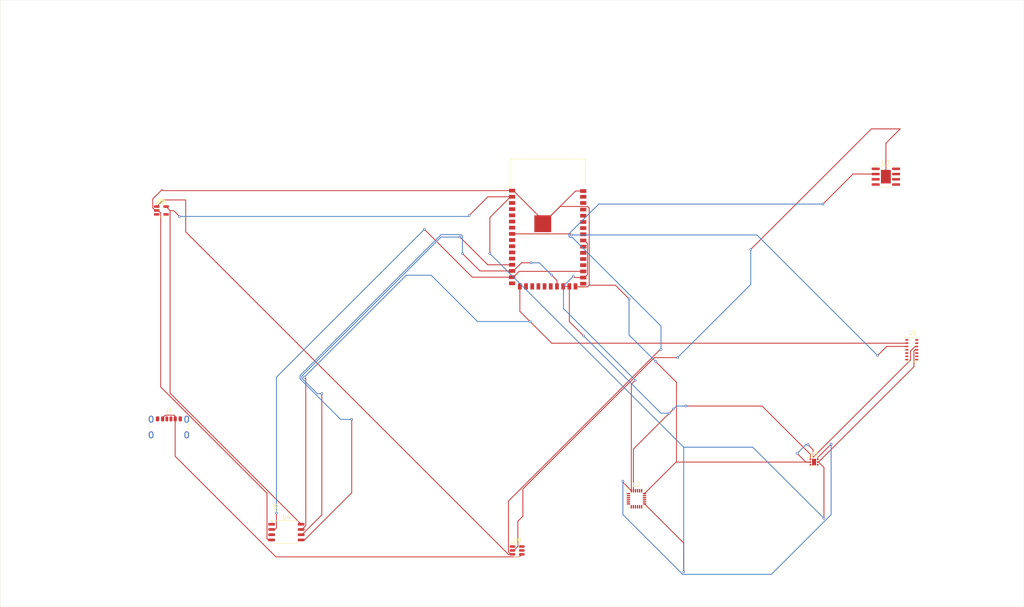
<source format=kicad_pcb>
(kicad_pcb (version 20241229) (generator "pcbnew") (generator_version "9.0")
  (layers (0 "F.Cu" signal) (2 "B.Cu" signal) (13 "F.Paste" user) (15 "B.Paste" user) (5 "F.SilkS" user "F.Silkscreen") (7 "B.SilkS" user "B.Silkscreen") (1 "F.Mask" user) (3 "B.Mask" user) (25 "Edge.Cuts" user))
  (net 0 "")
  (net 2 "+3.3V")
  (net 7 "Net-(U1-SCL)")
  (net 11 "Net-(U1-SDA)")
  (net 14 "GND")
  (net 37 "Net-(U4-CLK)")
  (net 38 "Net-(U4-DO{slash}IO_{1})")
  (net 40 "Net-(U4-DI{slash}IO_{0})")
  (net 44 "Net-(U6-VIN)")
  (net 47 "Net-(U7-GND)")
  (net 55 "Net-(U9-V_{CC})")
  (net 62 "Net-(U2-SDA)")
  (net 63 "Net-(U2-SCL)")
  (footprint "Package_TO_SOT_SMD:TSOT-23-6" (layer "F.Cu") (at 149.6125 151.55)
    (property "Reference" "U9" (at 0 -2.4 0) (layer "F.SilkS"))
    (property "Value" "TP4057")
    (fp_line (start 0 -1.56) (end -0.8 -1.56) (stroke (width 0.12)) (layer "F.SilkS"))
    (fp_line (start 0 -1.56) (end 0.8 -1.56) (stroke (width 0.12)) (layer "F.SilkS"))
    (fp_line (start 0 1.56) (end -0.8 1.56) (stroke (width 0.12)) (layer "F.SilkS"))
    (fp_line (start 0 1.56) (end 0.8 1.56) (stroke (width 0.12)) (layer "F.SilkS"))
    (fp_poly (pts (xy -1.3 -1.51) (xy -1.54 -1.84) (xy -1.06 -1.84) (xy -1.3 -1.51)) (stroke (width 0.12)) (fill yes) (layer "F.SilkS"))
    (pad "1" smd roundrect (at -1.1375 -0.95) (size 1.325 0.6) (layers "F.Cu" "F.Mask" "F.Paste"))
    (pad "2" smd roundrect (at -1.1375 0) (size 1.325 0.6) (layers "F.Cu" "F.Mask" "F.Paste") (net 47 "Net-(U7-GND)"))
    (pad "3" smd roundrect (at -1.1375 0.95) (size 1.325 0.6) (layers "F.Cu" "F.Mask" "F.Paste") (net 44 "Net-(U6-VIN)"))
    (pad "4" smd roundrect (at 1.1375 0.95) (size 1.325 0.6) (layers "F.Cu" "F.Mask" "F.Paste") (net 55 "Net-(U9-V_{CC})"))
    (pad "5" smd roundrect (at 1.1375 0) (size 1.325 0.6) (layers "F.Cu" "F.Mask" "F.Paste"))
    (pad "6" smd roundrect (at 1.1375 -0.95) (size 1.325 0.6) (layers "F.Cu" "F.Mask" "F.Paste"))
  )
  (footprint "OptoDevice:Maxim_OLGA-14_3.3x5.6mm_P0.8mm" (layer "F.Cu") (at 245.3 102.85)
    (property "Reference" "U1" (at 0.22 -4.07 0) (layer "F.SilkS"))
    (property "Value" "MAX30102")
    (fp_line (start -1.25 -2.92) (end 1.64 -2.92) (stroke (width 0.12)) (layer "F.SilkS"))
    (fp_line (start 1.66 2.9) (end -1.65 2.9) (stroke (width 0.12)) (layer "F.SilkS"))
    (fp_poly (pts (xy -1.69 -2.85) (xy -1.97 -2.85) (xy -1.69 -3.13) (xy -1.69 -2.85)) (stroke (width 0.12)) (fill yes) (layer "F.SilkS"))
    (pad "1" smd roundrect (at -1.2 -2.4) (size 0.75 0.35) (layers "F.Cu" "F.Mask" "F.Paste"))
    (pad "2" smd roundrect (at -1.2 -1.6) (size 0.75 0.35) (layers "F.Cu" "F.Mask" "F.Paste") (net 7 "Net-(U1-SCL)"))
    (pad "3" smd roundrect (at -1.2 -0.8) (size 0.75 0.35) (layers "F.Cu" "F.Mask" "F.Paste") (net 11 "Net-(U1-SDA)"))
    (pad "4" smd roundrect (at -1.2 0) (size 0.75 0.35) (layers "F.Cu" "F.Mask" "F.Paste"))
    (pad "5" smd roundrect (at -1.2 0.8) (size 0.75 0.35) (layers "F.Cu" "F.Mask" "F.Paste"))
    (pad "6" smd roundrect (at -1.2 1.6) (size 0.75 0.35) (layers "F.Cu" "F.Mask" "F.Paste"))
    (pad "7" smd roundrect (at -1.2 2.4) (size 0.75 0.35) (layers "F.Cu" "F.Mask" "F.Paste"))
    (pad "8" smd roundrect (at 1.2 2.4) (size 0.75 0.35) (layers "F.Cu" "F.Mask" "F.Paste"))
    (pad "9" smd roundrect (at 1.2 1.6) (size 0.75 0.35) (layers "F.Cu" "F.Mask" "F.Paste"))
    (pad "10" smd roundrect (at 1.2 0.8) (size 0.75 0.35) (layers "F.Cu" "F.Mask" "F.Paste"))
    (pad "11" smd roundrect (at 1.2 0) (size 0.75 0.35) (layers "F.Cu" "F.Mask" "F.Paste") (net 2 "+3.3V"))
    (pad "12" smd roundrect (at 1.2 -0.8) (size 0.75 0.35) (layers "F.Cu" "F.Mask" "F.Paste") (net 14 "GND"))
    (pad "13" smd roundrect (at 1.2 -1.6) (size 0.75 0.35) (layers "F.Cu" "F.Mask" "F.Paste"))
    (pad "14" smd roundrect (at 1.2 -2.4) (size 0.75 0.35) (layers "F.Cu" "F.Mask" "F.Paste"))
  )
  (footprint "Sensor_Motion:InvenSense_QFN-24_4x4mm_P0.5mm" (layer "F.Cu") (at 178.55 139)
    (property "Reference" "U2" (at 0 -3.375 0) (layer "F.SilkS"))
    (property "Value" "MPU-6050")
    (fp_line (start -2.15 -1.685) (end -2.15 -1.91) (stroke (width 0.12)) (layer "F.SilkS"))
    (fp_line (start -2.15 2.15) (end -2.15 1.625) (stroke (width 0.12)) (layer "F.SilkS"))
    (fp_line (start -2.15 2.15) (end -1.625 2.15) (stroke (width 0.12)) (layer "F.SilkS"))
    (fp_line (start -1.625 -2.15) (end -1.85 -2.15) (stroke (width 0.12)) (layer "F.SilkS"))
    (fp_line (start 2.15 -2.15) (end 1.625 -2.15) (stroke (width 0.12)) (layer "F.SilkS"))
    (fp_line (start 2.15 -2.15) (end 2.15 -1.625) (stroke (width 0.12)) (layer "F.SilkS"))
    (fp_line (start 2.15 2.15) (end 1.625 2.15) (stroke (width 0.12)) (layer "F.SilkS"))
    (fp_line (start 2.15 2.15) (end 2.15 1.625) (stroke (width 0.12)) (layer "F.SilkS"))
    (fp_poly (pts (xy -2.15 -2.15) (xy -2.39 -2.48) (xy -1.91 -2.48) (xy -2.15 -2.15)) (stroke (width 0.12)) (fill yes) (layer "F.SilkS"))
    (pad "1" smd roundrect (at -1.95 -1.25) (size 0.85 0.3) (layers "F.Cu" "F.Mask" "F.Paste"))
    (pad "2" smd roundrect (at -1.95 -0.75) (size 0.85 0.3) (layers "F.Cu" "F.Mask" "F.Paste"))
    (pad "3" smd roundrect (at -1.95 -0.25) (size 0.85 0.3) (layers "F.Cu" "F.Mask" "F.Paste"))
    (pad "4" smd roundrect (at -1.95 0.25) (size 0.85 0.3) (layers "F.Cu" "F.Mask" "F.Paste"))
    (pad "5" smd roundrect (at -1.95 0.75) (size 0.85 0.3) (layers "F.Cu" "F.Mask" "F.Paste"))
    (pad "6" smd roundrect (at -1.95 1.25) (size 0.85 0.3) (layers "F.Cu" "F.Mask" "F.Paste"))
    (pad "7" smd roundrect (at -1.25 1.95 90) (size 0.85 0.3) (layers "F.Cu" "F.Mask" "F.Paste"))
    (pad "8" smd roundrect (at -0.75 1.95 90) (size 0.85 0.3) (layers "F.Cu" "F.Mask" "F.Paste"))
    (pad "9" smd roundrect (at -0.25 1.95 90) (size 0.85 0.3) (layers "F.Cu" "F.Mask" "F.Paste"))
    (pad "10" smd roundrect (at 0.25 1.95 90) (size 0.85 0.3) (layers "F.Cu" "F.Mask" "F.Paste"))
    (pad "11" smd roundrect (at 0.75 1.95 90) (size 0.85 0.3) (layers "F.Cu" "F.Mask" "F.Paste"))
    (pad "12" smd roundrect (at 1.25 1.95 90) (size 0.85 0.3) (layers "F.Cu" "F.Mask" "F.Paste"))
    (pad "13" smd roundrect (at 1.95 1.25) (size 0.85 0.3) (layers "F.Cu" "F.Mask" "F.Paste") (net 2 "+3.3V"))
    (pad "14" smd roundrect (at 1.95 0.75) (size 0.85 0.3) (layers "F.Cu" "F.Mask" "F.Paste"))
    (pad "15" smd roundrect (at 1.95 0.25) (size 0.85 0.3) (layers "F.Cu" "F.Mask" "F.Paste"))
    (pad "16" smd roundrect (at 1.95 -0.25) (size 0.85 0.3) (layers "F.Cu" "F.Mask" "F.Paste"))
    (pad "17" smd roundrect (at 1.95 -0.75) (size 0.85 0.3) (layers "F.Cu" "F.Mask" "F.Paste"))
    (pad "18" smd roundrect (at 1.95 -1.25) (size 0.85 0.3) (layers "F.Cu" "F.Mask" "F.Paste") (net 14 "GND"))
    (pad "19" smd roundrect (at 1.25 -1.95 90) (size 0.85 0.3) (layers "F.Cu" "F.Mask" "F.Paste"))
    (pad "20" smd roundrect (at 0.75 -1.95 90) (size 0.85 0.3) (layers "F.Cu" "F.Mask" "F.Paste"))
    (pad "21" smd roundrect (at 0.25 -1.95 90) (size 0.85 0.3) (layers "F.Cu" "F.Mask" "F.Paste"))
    (pad "22" smd roundrect (at -0.25 -1.95 90) (size 0.85 0.3) (layers "F.Cu" "F.Mask" "F.Paste"))
    (pad "23" smd roundrect (at -0.75 -1.95 90) (size 0.85 0.3) (layers "F.Cu" "F.Mask" "F.Paste") (net 63 "Net-(U2-SCL)"))
    (pad "24" smd roundrect (at -1.25 -1.95 90) (size 0.85 0.3) (layers "F.Cu" "F.Mask" "F.Paste") (net 62 "Net-(U2-SDA)"))
  )
  (footprint "Package_SO:SOIC-8_5.3x5.3mm_P1.27mm" (layer "F.Cu") (at 93.6625 147.095)
    (property "Reference" "U4" (at 0 -3.6 0) (layer "F.SilkS"))
    (property "Value" "W25Q32JVSS")
    (fp_line (start -2.76 -2.76) (end -2.76 -2.49) (stroke (width 0.12)) (layer "F.SilkS"))
    (fp_line (start -2.76 2.76) (end -2.76 2.49) (stroke (width 0.12)) (layer "F.SilkS"))
    (fp_line (start 0 -2.76) (end -2.76 -2.76) (stroke (width 0.12)) (layer "F.SilkS"))
    (fp_line (start 0 -2.76) (end 2.76 -2.76) (stroke (width 0.12)) (layer "F.SilkS"))
    (fp_line (start 0 2.76) (end -2.76 2.76) (stroke (width 0.12)) (layer "F.SilkS"))
    (fp_line (start 0 2.76) (end 2.76 2.76) (stroke (width 0.12)) (layer "F.SilkS"))
    (fp_line (start 2.76 -2.76) (end 2.76 -2.49) (stroke (width 0.12)) (layer "F.SilkS"))
    (fp_line (start 2.76 2.76) (end 2.76 2.49) (stroke (width 0.12)) (layer "F.SilkS"))
    (fp_poly (pts (xy -3.525 -2.49) (xy -3.765 -2.82) (xy -3.285 -2.82) (xy -3.525 -2.49)) (stroke (width 0.12)) (fill yes) (layer "F.SilkS"))
    (pad "1" smd roundrect (at -3.5875 -1.905) (size 1.625 0.65) (layers "F.Cu" "F.Mask" "F.Paste"))
    (pad "2" smd roundrect (at -3.5875 -0.635) (size 1.625 0.65) (layers "F.Cu" "F.Mask" "F.Paste") (net 38 "Net-(U4-DO{slash}IO_{1})"))
    (pad "3" smd roundrect (at -3.5875 0.635) (size 1.625 0.65) (layers "F.Cu" "F.Mask" "F.Paste"))
    (pad "4" smd roundrect (at -3.5875 1.905) (size 1.625 0.65) (layers "F.Cu" "F.Mask" "F.Paste") (net 14 "GND"))
    (pad "5" smd roundrect (at 3.5875 1.905) (size 1.625 0.65) (layers "F.Cu" "F.Mask" "F.Paste") (net 40 "Net-(U4-DI{slash}IO_{0})"))
    (pad "6" smd roundrect (at 3.5875 0.635) (size 1.625 0.65) (layers "F.Cu" "F.Mask" "F.Paste") (net 37 "Net-(U4-CLK)"))
    (pad "7" smd roundrect (at 3.5875 -0.635) (size 1.625 0.65) (layers "F.Cu" "F.Mask" "F.Paste") (net 7 "Net-(U1-SCL)"))
    (pad "8" smd roundrect (at 3.5875 -1.905) (size 1.625 0.65) (layers "F.Cu" "F.Mask" "F.Paste") (net 2 "+3.3V"))
  )
  (footprint "Connector_USB:USB_C_Receptacle_GCT_USB4125-xx-x-0190_6P_TopMnt_Horizontal" (layer "F.Cu") (at 65.18 122.7)
    (property "Reference" "J1" (at 0 -5.1 0) (layer "F.SilkS"))
    (property "Value" "USB_C_Receptacle_PowerOnly_6P")
    (fp_line (start -4.67 -0.25) (end -4.67 -1.95) (stroke (width 0.12)) (layer "F.SilkS"))
    (fp_line (start 4.67 -0.25) (end 4.67 -1.95) (stroke (width 0.12)) (layer "F.SilkS"))
    (pad "A5" smd roundrect (at -0.5 -3.08) (size 0.7 1.2) (layers "F.Cu" "F.Mask" "F.Paste"))
    (pad "A9" smd roundrect (at 1.52 -3.08 180) (size 0.76 1.2) (layers "F.Cu" "F.Mask" "F.Paste") (net 55 "Net-(U9-V_{CC})"))
    (pad "A12" smd roundrect (at 2.75 -3.08 180) (size 0.8 1.2) (layers "F.Cu" "F.Mask" "F.Paste"))
    (pad "B5" smd roundrect (at 0.5 -3.08 180) (size 0.7 1.2) (layers "F.Cu" "F.Mask" "F.Paste"))
    (pad "B9" smd roundrect (at -1.52 -3.08) (size 0.76 1.2) (layers "F.Cu" "F.Mask" "F.Paste") (net 55 "Net-(U9-V_{CC})"))
    (pad "B12" smd roundrect (at -2.75 -3.08) (size 0.8 1.2) (layers "F.Cu" "F.Mask" "F.Paste"))
    (pad "S1" thru_hole oval (at -4.32 -3) (size 1.1 1.7) (drill oval 0.6 1.2) (property pad_prop_heatsink) (layers "*.Cu" "*.Mask" "F.Paste"))
    (pad "S1" thru_hole oval (at -4.32 0.8) (size 1.1 1.7) (drill oval 0.6 1.2) (property pad_prop_heatsink) (layers "*.Cu" "*.Mask" "F.Paste"))
    (pad "S1" thru_hole oval (at 4.32 -3) (size 1.1 1.7) (drill oval 0.6 1.2) (property pad_prop_heatsink) (layers "*.Cu" "*.Mask" "F.Paste"))
    (pad "S1" thru_hole oval (at 4.32 0.8) (size 1.1 1.7) (drill oval 0.6 1.2) (property pad_prop_heatsink) (layers "*.Cu" "*.Mask" "F.Paste"))
  )
  (footprint "RF_Module:ESP32-S2-WROVER" (layer "F.Cu") (at 157.0175 76.005)
    (property "Reference" "U8" (at -65.955 65.2 90) (layer "F.SilkS"))
    (property "Value" "ESP32-S2-WROVER-I")
    (fp_line (start -9.125 -19.45) (end 9.13 -19.45) (stroke (width 0.12)) (layer "F.SilkS"))
    (fp_line (start -9.125 -13.2) (end -9.125 -19.45) (stroke (width 0.12)) (layer "F.SilkS"))
    (fp_line (start -9.12 11.44) (end -9.12 11.8) (stroke (width 0.12)) (layer "F.SilkS"))
    (fp_line (start -9.12 11.8) (end -7.46 11.8) (stroke (width 0.12)) (layer "F.SilkS"))
    (fp_line (start 9.12 11.54) (end 9.12 11.8) (stroke (width 0.12)) (layer "F.SilkS"))
    (fp_line (start 9.12 11.8) (end 7.46 11.8) (stroke (width 0.12)) (layer "F.SilkS"))
    (fp_line (start 9.13 -13.03) (end 9.13 -19.45) (stroke (width 0.12)) (layer "F.SilkS"))
    (fp_poly (pts (xy -9.125 -12.475) (xy -9.625 -12.475) (xy -9.125 -12.975) (xy -9.125 -12.475)) (stroke (width 0.12)) (fill yes) (layer "F.SilkS"))
    (pad "1" smd rect (at -8.625 -11.775) (size 1.5 0.9) (layers "F.Cu" "F.Mask" "F.Paste") (net 14 "GND"))
    (pad "2" smd rect (at -8.625 -10.275) (size 1.5 0.9) (layers "F.Cu" "F.Mask" "F.Paste") (net 2 "+3.3V"))
    (pad "3" smd rect (at -8.625 -8.775) (size 1.5 0.9) (layers "F.Cu" "F.Mask" "F.Paste"))
    (pad "4" smd rect (at -8.625 -7.275) (size 1.5 0.9) (layers "F.Cu" "F.Mask" "F.Paste"))
    (pad "5" smd rect (at -8.625 -5.775) (size 1.5 0.9) (layers "F.Cu" "F.Mask" "F.Paste"))
    (pad "6" smd rect (at -8.625 -4.275) (size 1.5 0.9) (layers "F.Cu" "F.Mask" "F.Paste"))
    (pad "7" smd rect (at -8.625 -2.775) (size 1.5 0.9) (layers "F.Cu" "F.Mask" "F.Paste"))
    (pad "8" smd rect (at -8.625 -1.275) (size 1.5 0.9) (layers "F.Cu" "F.Mask" "F.Paste") (net 11 "Net-(U1-SDA)"))
    (pad "9" smd rect (at -8.625 0.225) (size 1.5 0.9) (layers "F.Cu" "F.Mask" "F.Paste"))
    (pad "10" smd rect (at -8.625 1.725) (size 1.5 0.9) (layers "F.Cu" "F.Mask" "F.Paste"))
    (pad "11" smd rect (at -8.625 3.225) (size 1.5 0.9) (layers "F.Cu" "F.Mask" "F.Paste"))
    (pad "12" smd rect (at -8.625 4.725) (size 1.5 0.9) (layers "F.Cu" "F.Mask" "F.Paste"))
    (pad "13" smd rect (at -8.625 6.225) (size 1.5 0.9) (layers "F.Cu" "F.Mask" "F.Paste") (net 37 "Net-(U4-CLK)"))
    (pad "14" smd rect (at -8.625 7.725) (size 1.5 0.9) (layers "F.Cu" "F.Mask" "F.Paste") (net 40 "Net-(U4-DI{slash}IO_{0})"))
    (pad "15" smd rect (at -8.625 9.225 180) (size 1.5 0.9) (layers "F.Cu" "F.Mask" "F.Paste") (net 38 "Net-(U4-DO{slash}IO_{1})"))
    (pad "16" smd rect (at -8.625 10.725 180) (size 1.5 0.9) (layers "F.Cu" "F.Mask" "F.Paste"))
    (pad "17" smd rect (at -6.75 11.475) (size 0.9 1.5) (layers "F.Cu" "F.Mask" "F.Paste") (net 7 "Net-(U1-SCL)"))
    (pad "18" smd rect (at -5.25 11.475) (size 0.9 1.5) (layers "F.Cu" "F.Mask" "F.Paste"))
    (pad "19" smd rect (at -3.75 11.475) (size 0.9 1.5) (layers "F.Cu" "F.Mask" "F.Paste"))
    (pad "20" smd rect (at -2.25 11.475) (size 0.9 1.5) (layers "F.Cu" "F.Mask" "F.Paste"))
    (pad "21" smd rect (at -0.75 11.475) (size 0.9 1.5) (layers "F.Cu" "F.Mask" "F.Paste"))
    (pad "22" smd rect (at 0.75 11.475) (size 0.9 1.5) (layers "F.Cu" "F.Mask" "F.Paste"))
    (pad "23" smd rect (at 2.25 11.475) (size 0.9 1.5) (layers "F.Cu" "F.Mask" "F.Paste") (net 40 "Net-(U4-DI{slash}IO_{0})"))
    (pad "24" smd rect (at 3.75 11.475) (size 0.9 1.5) (layers "F.Cu" "F.Mask" "F.Paste") (net 63 "Net-(U2-SCL)"))
    (pad "25" smd rect (at 5.25 11.475) (size 0.9 1.5) (layers "F.Cu" "F.Mask" "F.Paste") (net 63 "Net-(U2-SCL)"))
    (pad "26" smd rect (at 6.75 11.475) (size 0.9 1.5) (layers "F.Cu" "F.Mask" "F.Paste") (net 14 "GND"))
    (pad "27" smd rect (at 8.625 10.825) (size 1.5 0.9) (layers "F.Cu" "F.Mask" "F.Paste"))
    (pad "28" smd rect (at 8.625 9.325) (size 1.5 0.9) (layers "F.Cu" "F.Mask" "F.Paste") (net 62 "Net-(U2-SDA)"))
    (pad "29" smd rect (at 8.625 7.825) (size 1.5 0.9) (layers "F.Cu" "F.Mask" "F.Paste") (net 38 "Net-(U4-DO{slash}IO_{1})"))
    (pad "30" smd rect (at 8.625 6.325) (size 1.5 0.9) (layers "F.Cu" "F.Mask" "F.Paste"))
    (pad "31" smd rect (at 8.625 4.825) (size 1.5 0.9) (layers "F.Cu" "F.Mask" "F.Paste"))
    (pad "32" smd rect (at 8.625 3.325) (size 1.5 0.9) (layers "F.Cu" "F.Mask" "F.Paste"))
    (pad "33" smd rect (at 8.625 1.825) (size 1.5 0.9) (layers "F.Cu" "F.Mask" "F.Paste"))
    (pad "34" smd rect (at 8.625 0.325) (size 1.5 0.9) (layers "F.Cu" "F.Mask" "F.Paste") (net 62 "Net-(U2-SDA)"))
    (pad "35" smd rect (at 8.625 -1.175) (size 1.5 0.9) (layers "F.Cu" "F.Mask" "F.Paste"))
    (pad "36" smd rect (at 8.625 -2.675) (size 1.5 0.9) (layers "F.Cu" "F.Mask" "F.Paste"))
    (pad "37" smd rect (at 8.625 -4.175) (size 1.5 0.9) (layers "F.Cu" "F.Mask" "F.Paste"))
    (pad "38" smd rect (at 8.625 -5.675) (size 1.5 0.9) (layers "F.Cu" "F.Mask" "F.Paste"))
    (pad "39" smd rect (at 8.625 -7.175) (size 1.5 0.9) (layers "F.Cu" "F.Mask" "F.Paste"))
    (pad "40" smd rect (at 8.625 -8.775) (size 1.5 0.9) (layers "F.Cu" "F.Mask" "F.Paste"))
    (pad "41" smd rect (at 8.625 -10.275) (size 1.5 0.9) (layers "F.Cu" "F.Mask" "F.Paste"))
    (pad "42" smd rect (at 8.625 -11.675) (size 1.5 0.9) (layers "F.Cu" "F.Mask" "F.Paste") (net 14 "GND"))
    (pad "43" smd rect (at -1.19 -3.735) (size 4.1 4.1) (property pad_prop_heatsink) (layers "F.Cu" "F.Mask") (net 14 "GND"))
  )
  (footprint "Package_SO:SOIC-8-1EP_3.9x4.9mm_P1.27mm_EP2.41x3.3mm" (layer "F.Cu") (at 239.025 60.845)
    (property "Reference" "U7" (at 0 -3.4 0) (layer "F.SilkS"))
    (property "Value" "LGS5500EP")
    (fp_line (start 0 -2.56) (end -1.95 -2.56) (stroke (width 0.12)) (layer "F.SilkS"))
    (fp_line (start 0 -2.56) (end 1.95 -2.56) (stroke (width 0.12)) (layer "F.SilkS"))
    (fp_line (start 0 2.56) (end -1.95 2.56) (stroke (width 0.12)) (layer "F.SilkS"))
    (fp_line (start 0 2.56) (end 1.95 2.56) (stroke (width 0.12)) (layer "F.SilkS"))
    (fp_poly (pts (xy -2.7 -2.465) (xy -2.94 -2.795) (xy -2.46 -2.795) (xy -2.7 -2.465)) (stroke (width 0.12)) (fill yes) (layer "F.SilkS"))
    (pad "1" smd roundrect (at -2.475 -1.905) (size 1.95 0.6) (layers "F.Cu" "F.Mask" "F.Paste"))
    (pad "2" smd roundrect (at -2.475 -0.635) (size 1.95 0.6) (layers "F.Cu" "F.Mask" "F.Paste") (net 44 "Net-(U6-VIN)"))
    (pad "3" smd roundrect (at -2.475 0.635) (size 1.95 0.6) (layers "F.Cu" "F.Mask" "F.Paste"))
    (pad "4" smd roundrect (at -2.475 1.905) (size 1.95 0.6) (layers "F.Cu" "F.Mask" "F.Paste"))
    (pad "5" smd roundrect (at 2.475 1.905) (size 1.95 0.6) (layers "F.Cu" "F.Mask" "F.Paste"))
    (pad "6" smd roundrect (at 2.475 0.635) (size 1.95 0.6) (layers "F.Cu" "F.Mask" "F.Paste"))
    (pad "7" smd roundrect (at 2.475 -0.635) (size 1.95 0.6) (layers "F.Cu" "F.Mask" "F.Paste"))
    (pad "8" smd roundrect (at 2.475 -1.905) (size 1.95 0.6) (layers "F.Cu" "F.Mask" "F.Paste"))
    (pad "9" smd rect (at 0 0) (size 2.41 3.3) (property pad_prop_heatsink) (layers "F.Cu" "F.Mask") (net 47 "Net-(U7-GND)"))
  )
  (footprint "Package_SON:WSON-6-1EP_2x2mm_P0.65mm_EP1x1.6mm" (layer "F.Cu") (at 221.6125 130.1)
    (property "Reference" "U3" (at 0 -1.95 0) (layer "F.SilkS"))
    (property "Value" "TMP117xxDRV")
    (fp_line (start -1 -1.11) (end 1 -1.11) (stroke (width 0.12)) (layer "F.SilkS"))
    (fp_line (start -1 1.11) (end 1 1.11) (stroke (width 0.12)) (layer "F.SilkS"))
    (fp_poly (pts (xy -1.24 -1.01) (xy -1.52 -1.01) (xy -1.24 -1.29) (xy -1.24 -1.01)) (stroke (width 0.12)) (fill yes) (layer "F.SilkS"))
    (pad "1" smd roundrect (at -0.8875 -0.65) (size 0.375 0.4) (layers "F.Cu" "F.Mask" "F.Paste") (net 63 "Net-(U2-SCL)"))
    (pad "2" smd roundrect (at -0.8875 0) (size 0.375 0.4) (layers "F.Cu" "F.Mask" "F.Paste") (net 14 "GND"))
    (pad "3" smd roundrect (at -0.8875 0.65) (size 0.375 0.4) (layers "F.Cu" "F.Mask" "F.Paste"))
    (pad "4" smd roundrect (at 0.8875 0.65) (size 0.375 0.4) (layers "F.Cu" "F.Mask" "F.Paste"))
    (pad "5" smd roundrect (at 0.8875 0) (size 0.375 0.4) (layers "F.Cu" "F.Mask" "F.Paste") (net 2 "+3.3V"))
    (pad "6" smd roundrect (at 0.8875 -0.65) (size 0.375 0.4) (layers "F.Cu" "F.Mask" "F.Paste") (net 62 "Net-(U2-SDA)"))
    (pad "7" smd rect (at 0 0) (size 1 1.6) (property pad_prop_heatsink) (layers "F.Cu" "F.Mask"))
  )
  (footprint "Package_TO_SOT_SMD:SOT-23-5" (layer "F.Cu") (at 63.3625 69.05)
    (property "Reference" "U6" (at 0 -2.4 0) (layer "F.SilkS"))
    (property "Value" "AP2112K-3.3")
    (fp_line (start 0 -1.56) (end -0.8 -1.56) (stroke (width 0.12)) (layer "F.SilkS"))
    (fp_line (start 0 -1.56) (end 0.8 -1.56) (stroke (width 0.12)) (layer "F.SilkS"))
    (fp_line (start 0 1.56) (end -0.8 1.56) (stroke (width 0.12)) (layer "F.SilkS"))
    (fp_line (start 0 1.56) (end 0.8 1.56) (stroke (width 0.12)) (layer "F.SilkS"))
    (fp_poly (pts (xy -1.3 -1.51) (xy -1.54 -1.84) (xy -1.06 -1.84) (xy -1.3 -1.51)) (stroke (width 0.12)) (fill yes) (layer "F.SilkS"))
    (pad "1" smd roundrect (at -1.1375 -0.95) (size 1.325 0.6) (layers "F.Cu" "F.Mask" "F.Paste") (net 44 "Net-(U6-VIN)"))
    (pad "2" smd roundrect (at -1.1375 0) (size 1.325 0.6) (layers "F.Cu" "F.Mask" "F.Paste") (net 14 "GND"))
    (pad "3" smd roundrect (at -1.1375 0.95) (size 1.325 0.6) (layers "F.Cu" "F.Mask" "F.Paste"))
    (pad "4" smd roundrect (at 1.1375 0.95) (size 1.325 0.6) (layers "F.Cu" "F.Mask" "F.Paste"))
    (pad "5" smd roundrect (at 1.1375 -0.95) (size 1.325 0.6) (layers "F.Cu" "F.Mask" "F.Paste") (net 2 "+3.3V"))
  )
  (gr_rect (start 24.25 18) (end 272.5 165.25) (stroke (width 0.05)) (fill no) (layer "Edge.Cuts"))
  (segment (start 190 156.75) (end 190 149.75) (width 0.2) (layer "F.Cu") (net 2))
  (segment (start 222.687499 130.1) (end 245.824 106.963499) (width 0.2) (layer "F.Cu") (net 2))
  (segment (start 222.687499 130.1) (end 222.5 130.1) (width 0.2) (layer "F.Cu") (net 2))
  (segment (start 65.4635 113.4035) (end 97.25 145.19) (width 0.2) (layer "F.Cu") (net 2))
  (segment (start 148.02 65.73) (end 143 70.75) (width 0.2) (layer "F.Cu") (net 2))
  (segment (start 64.5 68.1) (end 65.4635 69.0635) (width 0.2) (layer "F.Cu") (net 2))
  (segment (start 143 70.75) (end 143 79.5) (width 0.2) (layer "F.Cu") (net 2))
  (segment (start 245.824 106.963499) (end 245.824 103.151001) (width 0.2) (layer "F.Cu") (net 2))
  (segment (start 224 143.75) (end 224 131.412501) (width 0.2) (layer "F.Cu") (net 2))
  (segment (start 142.52 65.73) (end 148.3925 65.73) (width 0.2) (layer "F.Cu") (net 2))
  (segment (start 65.4635 69.0635) (end 66.3135 69.0635) (width 0.2) (layer "F.Cu") (net 2))
  (segment (start 246.125001 102.85) (end 246.5 102.85) (width 0.2) (layer "F.Cu") (net 2))
  (segment (start 190 149.75) (end 180.5 140.25) (width 0.2) (layer "F.Cu") (net 2))
  (segment (start 138 70.25) (end 142.52 65.73) (width 0.2) (layer "F.Cu") (net 2))
  (segment (start 66.3135 69.0635) (end 67.75 70.5) (width 0.2) (layer "F.Cu") (net 2))
  (segment (start 224 131.412501) (end 222.687499 130.1) (width 0.2) (layer "F.Cu") (net 2))
  (segment (start 148.3925 65.73) (end 148.02 65.73) (width 0.2) (layer "F.Cu") (net 2))
  (segment (start 65.4635 69.0635) (end 65.4635 113.4035) (width 0.2) (layer "F.Cu") (net 2))
  (segment (start 245.824 103.151001) (end 246.125001 102.85) (width 0.2) (layer "F.Cu") (net 2))
  (via (at 138 70.25) (size 0.6) (drill 0.3) (layers "F.Cu" "B.Cu") (net 2))
  (via (at 143 79.5) (size 0.6) (drill 0.3) (layers "F.Cu" "B.Cu") (net 2))
  (via (at 190 156.75) (size 0.6) (drill 0.3) (layers "F.Cu" "B.Cu") (net 2))
  (via (at 224 143.75) (size 0.6) (drill 0.3) (layers "F.Cu" "B.Cu") (net 2))
  (via (at 67.75 70.5) (size 0.6) (drill 0.3) (layers "F.Cu" "B.Cu") (net 2))
  (segment (start 137.75 70.5) (end 138 70.25) (width 0.2) (layer "B.Cu") (net 2))
  (segment (start 206.75 126.5) (end 224 143.75) (width 0.2) (layer "B.Cu") (net 2))
  (segment (start 190 126.5) (end 190 156.75) (width 0.2) (layer "B.Cu") (net 2))
  (segment (start 190 126.5) (end 206.75 126.5) (width 0.2) (layer "B.Cu") (net 2))
  (segment (start 143 79.5) (end 190 126.5) (width 0.2) (layer "B.Cu") (net 2))
  (segment (start 67.75 70.5) (end 137.75 70.5) (width 0.2) (layer "B.Cu") (net 2))
  (segment (start 152.75 96) (end 150.2675 93.5175) (width 0.2) (layer "F.Cu") (net 7))
  (segment (start 150.2675 93.5175) (end 150.2675 87.48) (width 0.2) (layer "F.Cu") (net 7))
  (segment (start 97.25 146.46) (end 97.45249 146.46) (width 0.2) (layer "F.Cu") (net 7))
  (segment (start 158 101.25) (end 244.1 101.25) (width 0.2) (layer "F.Cu") (net 7))
  (segment (start 98.3635 145.54899) (end 98.3635 109.8635) (width 0.2) (layer "F.Cu") (net 7))
  (segment (start 152.75 96) (end 158 101.25) (width 0.2) (layer "F.Cu") (net 7))
  (segment (start 98.3635 109.8635) (end 98 109.5) (width 0.2) (layer "F.Cu") (net 7))
  (segment (start 97.45249 146.46) (end 98.3635 145.54899) (width 0.2) (layer "F.Cu") (net 7))
  (via (at 98 109.5) (size 0.6) (drill 0.3) (layers "F.Cu" "B.Cu") (net 7))
  (via (at 152.75 96) (size 0.6) (drill 0.3) (layers "F.Cu" "B.Cu") (net 7))
  (segment (start 122.75 84.75) (end 128.75 84.75) (width 0.2) (layer "B.Cu") (net 7))
  (segment (start 128.75 84.75) (end 140 96) (width 0.2) (layer "B.Cu") (net 7))
  (segment (start 140 96) (end 152.75 96) (width 0.2) (layer "B.Cu") (net 7))
  (segment (start 98 109.5) (end 122.75 84.75) (width 0.2) (layer "B.Cu") (net 7))
  (segment (start 237 104.25) (end 239.2 102.05) (width 0.2) (layer "F.Cu") (net 11))
  (segment (start 162.48 74.73) (end 162.75 75) (width 0.2) (layer "F.Cu") (net 11))
  (segment (start 148.3925 74.73) (end 162.48 74.73) (width 0.2) (layer "F.Cu") (net 11))
  (segment (start 239.2 102.05) (end 244.1 102.05) (width 0.2) (layer "F.Cu") (net 11))
  (via (at 162.75 75) (size 0.6) (drill 0.3) (layers "F.Cu" "B.Cu") (net 11))
  (via (at 237 104.25) (size 0.6) (drill 0.3) (layers "F.Cu" "B.Cu") (net 11))
  (segment (start 207.75 75) (end 237 104.25) (width 0.2) (layer "B.Cu") (net 11))
  (segment (start 162.75 75) (end 207.75 75) (width 0.2) (layer "B.Cu") (net 11))
  (segment (start 148.3925 64.23) (end 148.6925 64.23) (width 0.2) (layer "F.Cu") (net 14))
  (segment (start 221.377848 127.127848) (end 220.125 125.875) (width 0.2) (layer "F.Cu") (net 14))
  (segment (start 180.5 137.75) (end 188.15 130.1) (width 0.2) (layer "F.Cu") (net 14))
  (segment (start 217.5 128) (end 219.6 130.1) (width 0.2) (layer "F.Cu") (net 14))
  (segment (start 163.8685 87.581) (end 163.7675 87.48) (width 0.2) (layer "F.Cu") (net 14))
  (segment (start 63.5 64) (end 63.73 64.23) (width 0.2) (layer "F.Cu") (net 14))
  (segment (start 219.6 130.1) (end 220.725 130.1) (width 0.2) (layer "F.Cu") (net 14))
  (segment (start 155.8275 71.365) (end 155.8275 72.27) (width 0.2) (layer "F.Cu") (net 14))
  (segment (start 63.1885 69.659032) (end 63.1885 111.885004) (width 0.2) (layer "F.Cu") (net 14))
  (segment (start 166.6935 87.581) (end 163.8685 87.581) (width 0.2) (layer "F.Cu") (net 14))
  (segment (start 62.225 69.05) (end 61.870532 69.05) (width 0.2) (layer "F.Cu") (net 14))
  (segment (start 246.5 102.05) (end 246.125001 102.05) (width 0.2) (layer "F.Cu") (net 14))
  (segment (start 167.0945 68.48) (end 167.0945 87.18) (width 0.2) (layer "F.Cu") (net 14))
  (segment (start 88.9615 148.698999) (end 89.262501 149) (width 0.2) (layer "F.Cu") (net 14))
  (segment (start 245 105.326848) (end 221.377848 128.949) (width 0.2) (layer "F.Cu") (net 14))
  (segment (start 220.125 125.875) (end 220 125.75) (width 0.2) (layer "F.Cu") (net 14))
  (segment (start 188.25 110.75) (end 183.25 105.75) (width 0.2) (layer "F.Cu") (net 14))
  (segment (start 160.0185 68.079) (end 166.6935 68.079) (width 0.2) (layer "F.Cu") (net 14))
  (segment (start 89.262501 149) (end 90.075 149) (width 0.2) (layer "F.Cu") (net 14))
  (segment (start 176.75 90.5) (end 173.43 87.18) (width 0.2) (layer "F.Cu") (net 14))
  (segment (start 63.73 64.23) (end 148.3925 64.23) (width 0.2) (layer "F.Cu") (net 14))
  (segment (start 61.870532 69.05) (end 61.2615 68.440968) (width 0.2) (layer "F.Cu") (net 14))
  (segment (start 148.6925 64.23) (end 155.8275 71.365) (width 0.2) (layer "F.Cu") (net 14))
  (segment (start 88.9615 137.658004) (end 88.9615 148.698999) (width 0.2) (layer "F.Cu") (net 14))
  (segment (start 188.25 130.1) (end 220.725 130.1) (width 0.2) (layer "F.Cu") (net 14))
  (segment (start 166.6935 68.079) (end 167.0945 68.48) (width 0.2) (layer "F.Cu") (net 14))
  (segment (start 163.7675 64.33) (end 165.6425 64.33) (width 0.2) (layer "F.Cu") (net 14))
  (segment (start 62.225 69.05) (end 62.579468 69.05) (width 0.2) (layer "F.Cu") (net 14))
  (segment (start 155.8275 72.27) (end 160.0185 68.079) (width 0.2) (layer "F.Cu") (net 14))
  (segment (start 63.1885 111.885004) (end 88.9615 137.658004) (width 0.2) (layer "F.Cu") (net 14))
  (segment (start 188.25 130.1) (end 188.25 110.75) (width 0.2) (layer "F.Cu") (net 14))
  (segment (start 188.15 130.1) (end 188.25 130.1) (width 0.2) (layer "F.Cu") (net 14))
  (segment (start 221.377848 128.949) (end 221.377848 127.127848) (width 0.2) (layer "F.Cu") (net 14))
  (segment (start 62.579468 69.05) (end 63.1885 69.659032) (width 0.2) (layer "F.Cu") (net 14))
  (segment (start 61.2615 66.2385) (end 63.5 64) (width 0.2) (layer "F.Cu") (net 14))
  (segment (start 61.2615 68.440968) (end 61.2615 66.2385) (width 0.2) (layer "F.Cu") (net 14))
  (segment (start 173.43 87.18) (end 167.0945 87.18) (width 0.2) (layer "F.Cu") (net 14))
  (segment (start 245 103.175001) (end 245 105.326848) (width 0.2) (layer "F.Cu") (net 14))
  (segment (start 246.125001 102.05) (end 245 103.175001) (width 0.2) (layer "F.Cu") (net 14))
  (segment (start 167.0945 87.18) (end 166.6935 87.581) (width 0.2) (layer "F.Cu") (net 14))
  (segment (start 155.8275 72.27) (end 163.7675 64.33) (width 0.2) (layer "F.Cu") (net 14))
  (via (at 220.125 125.875) (size 0.6) (drill 0.3) (layers "F.Cu" "B.Cu") (net 14))
  (via (at 183.25 105.75) (size 0.6) (drill 0.3) (layers "F.Cu" "B.Cu") (net 14))
  (via (at 176.75 90.5) (size 0.6) (drill 0.3) (layers "F.Cu" "B.Cu") (net 14))
  (via (at 217.5 128) (size 0.6) (drill 0.3) (layers "F.Cu" "B.Cu") (net 14))
  (segment (start 183.25 105.75) (end 176.75 99.25) (width 0.2) (layer "B.Cu") (net 14))
  (segment (start 176.75 99.25) (end 176.75 90.5) (width 0.2) (layer "B.Cu") (net 14))
  (segment (start 219.625 125.875) (end 217.5 128) (width 0.2) (layer "B.Cu") (net 14))
  (segment (start 220.125 125.875) (end 219.625 125.875) (width 0.2) (layer "B.Cu") (net 14))
  (segment (start 142.48 82.23) (end 148.3925 82.23) (width 0.2) (layer "F.Cu") (net 37))
  (segment (start 102.25 142.93249) (end 102.25 113.5) (width 0.2) (layer "F.Cu") (net 37))
  (segment (start 135.75 75.5) (end 142.48 82.23) (width 0.2) (layer "F.Cu") (net 37))
  (segment (start 97.45249 147.73) (end 102.25 142.93249) (width 0.2) (layer "F.Cu") (net 37))
  (segment (start 97.25 147.73) (end 97.45249 147.73) (width 0.2) (layer "F.Cu") (net 37))
  (via (at 135.75 75.5) (size 0.6) (drill 0.3) (layers "F.Cu" "B.Cu") (net 37))
  (via (at 102.25 113.5) (size 0.6) (drill 0.3) (layers "F.Cu" "B.Cu") (net 37))
  (segment (start 102.25 113.5) (end 101.150057 113.5) (width 0.2) (layer "B.Cu") (net 37))
  (segment (start 101.150057 113.5) (end 97.399 109.748943) (width 0.2) (layer "B.Cu") (net 37))
  (segment (start 97.399 109.251057) (end 131.150057 75.5) (width 0.2) (layer "B.Cu") (net 37))
  (segment (start 97.399 109.748943) (end 97.399 109.251057) (width 0.2) (layer "B.Cu") (net 37))
  (segment (start 131.150057 75.5) (end 135.75 75.5) (width 0.2) (layer "B.Cu") (net 37))
  (segment (start 148.6925 85.23) (end 150.0925 83.83) (width 0.2) (layer "F.Cu") (net 38))
  (segment (start 148.3925 85.23) (end 148.6925 85.23) (width 0.2) (layer "F.Cu") (net 38))
  (segment (start 90.887499 146.46) (end 91.25 146.097499) (width 0.2) (layer "F.Cu") (net 38))
  (segment (start 90.075 146.46) (end 90.887499 146.46) (width 0.2) (layer "F.Cu") (net 38))
  (segment (start 138.73 85.23) (end 148.3925 85.23) (width 0.2) (layer "F.Cu") (net 38))
  (segment (start 127.125 73.625) (end 138.73 85.23) (width 0.2) (layer "F.Cu") (net 38))
  (segment (start 150.0925 83.83) (end 165.6425 83.83) (width 0.2) (layer "F.Cu") (net 38))
  (segment (start 91.25 146.097499) (end 91.25 142.5) (width 0.2) (layer "F.Cu") (net 38))
  (via (at 91.25 142.5) (size 0.6) (drill 0.3) (layers "F.Cu" "B.Cu") (net 38))
  (via (at 127.125 73.625) (size 0.6) (drill 0.3) (layers "F.Cu" "B.Cu") (net 38))
  (segment (start 91.25 109.5) (end 127.125 73.625) (width 0.2) (layer "B.Cu") (net 38))
  (segment (start 127.125 73.625) (end 127.25 73.5) (width 0.2) (layer "B.Cu") (net 38))
  (segment (start 91.25 142.5) (end 91.25 109.5) (width 0.2) (layer "B.Cu") (net 38))
  (segment (start 109.5 137.562499) (end 109.5 119.75) (width 0.2) (layer "F.Cu") (net 40))
  (segment (start 98.062499 149) (end 109.5 137.562499) (width 0.2) (layer "F.Cu") (net 40))
  (segment (start 148.6925 83.73) (end 150.6725 81.75) (width 0.2) (layer "F.Cu") (net 40))
  (segment (start 148.3925 83.73) (end 148.6925 83.73) (width 0.2) (layer "F.Cu") (net 40))
  (segment (start 150.6725 81.75) (end 153 81.75) (width 0.2) (layer "F.Cu") (net 40))
  (segment (start 97.25 149) (end 98.062499 149) (width 0.2) (layer "F.Cu") (net 40))
  (segment (start 140.581 83.73) (end 148.3925 83.73) (width 0.2) (layer "F.Cu") (net 40))
  (segment (start 159.2675 86.0175) (end 159.2675 87.48) (width 0.2) (layer "F.Cu") (net 40))
  (segment (start 136.351 79.5) (end 140.581 83.73) (width 0.2) (layer "F.Cu") (net 40))
  (segment (start 158 84.75) (end 159.2675 86.0175) (width 0.2) (layer "F.Cu") (net 40))
  (via (at 158 84.75) (size 0.6) (drill 0.3) (layers "F.Cu" "B.Cu") (net 40))
  (via (at 109.5 119.75) (size 0.6) (drill 0.3) (layers "F.Cu" "B.Cu") (net 40))
  (via (at 153 81.75) (size 0.6) (drill 0.3) (layers "F.Cu" "B.Cu") (net 40))
  (via (at 136.351 79.5) (size 0.6) (drill 0.3) (layers "F.Cu" "B.Cu") (net 40))
  (segment (start 135.998943 74.899) (end 136.351 75.251057) (width 0.2) (layer "B.Cu") (net 40))
  (segment (start 109.5 119.75) (end 106.832957 119.75) (width 0.2) (layer "B.Cu") (net 40))
  (segment (start 155 81.75) (end 158 84.75) (width 0.2) (layer "B.Cu") (net 40))
  (segment (start 96.998 109.084957) (end 131.183957 74.899) (width 0.2) (layer "B.Cu") (net 40))
  (segment (start 131.183957 74.899) (end 135.998943 74.899) (width 0.2) (layer "B.Cu") (net 40))
  (segment (start 106.832957 119.75) (end 96.998 109.915043) (width 0.2) (layer "B.Cu") (net 40))
  (segment (start 153 81.75) (end 155 81.75) (width 0.2) (layer "B.Cu") (net 40))
  (segment (start 136.351 75.251057) (end 136.351 79.5) (width 0.2) (layer "B.Cu") (net 40))
  (segment (start 96.998 109.915043) (end 96.998 109.084957) (width 0.2) (layer "B.Cu") (net 40))
  (segment (start 136.351 79.5) (end 136.351 79.649) (width 0.2) (layer "B.Cu") (net 40))
  (segment (start 184.332957 102.75) (end 184.5 102.75) (width 0.2) (layer "F.Cu") (net 44))
  (segment (start 69.25 66.5) (end 69.25 74.25) (width 0.2) (layer "F.Cu") (net 44))
  (segment (start 223.75 67.5) (end 231.04 60.21) (width 0.2) (layer "F.Cu") (net 44))
  (segment (start 147.5115 139.571457) (end 184.332957 102.75) (width 0.2) (layer "F.Cu") (net 44))
  (segment (start 62.225 68.1) (end 63.825 66.5) (width 0.2) (layer "F.Cu") (net 44))
  (segment (start 147.5115 151.890968) (end 147.5115 139.571457) (width 0.2) (layer "F.Cu") (net 44))
  (segment (start 63.825 66.5) (end 69.25 66.5) (width 0.2) (layer "F.Cu") (net 44))
  (segment (start 69.25 74.25) (end 147.5 152.5) (width 0.2) (layer "F.Cu") (net 44))
  (segment (start 148.475 152.5) (end 148.120532 152.5) (width 0.2) (layer "F.Cu") (net 44))
  (segment (start 148.120532 152.5) (end 147.5115 151.890968) (width 0.2) (layer "F.Cu") (net 44))
  (segment (start 147.5 152.5) (end 148.475 152.5) (width 0.2) (layer "F.Cu") (net 44))
  (segment (start 231.04 60.21) (end 236.55 60.21) (width 0.2) (layer "F.Cu") (net 44))
  (via (at 184.5 102.75) (size 0.6) (drill 0.3) (layers "F.Cu" "B.Cu") (net 44))
  (via (at 223.75 67.5) (size 0.6) (drill 0.3) (layers "F.Cu" "B.Cu") (net 44))
  (segment (start 169.400057 67.5) (end 223.75 67.5) (width 0.2) (layer "B.Cu") (net 44))
  (segment (start 162.149 74.751057) (end 169.400057 67.5) (width 0.2) (layer "B.Cu") (net 44))
  (segment (start 184.5 102.75) (end 184.5 97.102057) (width 0.2) (layer "B.Cu") (net 44))
  (segment (start 162.998943 75.601) (end 162.501057 75.601) (width 0.2) (layer "B.Cu") (net 44))
  (segment (start 162.501057 75.601) (end 162.149 75.248943) (width 0.2) (layer "B.Cu") (net 44))
  (segment (start 184.5 97.102057) (end 162.998943 75.601) (width 0.2) (layer "B.Cu") (net 44))
  (segment (start 162.149 75.248943) (end 162.149 74.751057) (width 0.2) (layer "B.Cu") (net 44))
  (segment (start 235.5 49.25) (end 242.5 49.25) (width 0.2) (layer "F.Cu") (net 47))
  (segment (start 206.25 78.5) (end 235.5 49.25) (width 0.2) (layer "F.Cu") (net 47))
  (segment (start 148.829468 151.55) (end 149.7865 150.592968) (width 0.2) (layer "F.Cu") (net 47))
  (segment (start 239.025 52.725) (end 239.025 60.845) (width 0.2) (layer "F.Cu") (net 47))
  (segment (start 182.900057 104.75) (end 188.5 104.75) (width 0.2) (layer "F.Cu") (net 47))
  (segment (start 149.7865 144.4635) (end 151 143.25) (width 0.2) (layer "F.Cu") (net 47))
  (segment (start 242.5 49.25) (end 239.025 52.725) (width 0.2) (layer "F.Cu") (net 47))
  (segment (start 148.475 151.55) (end 148.829468 151.55) (width 0.2) (layer "F.Cu") (net 47))
  (segment (start 151 143.25) (end 151 136.650057) (width 0.2) (layer "F.Cu") (net 47))
  (segment (start 149.7865 150.592968) (end 149.7865 144.4635) (width 0.2) (layer "F.Cu") (net 47))
  (segment (start 151 136.650057) (end 182.900057 104.75) (width 0.2) (layer "F.Cu") (net 47))
  (via (at 206.25 78.5) (size 0.6) (drill 0.3) (layers "F.Cu" "B.Cu") (net 47))
  (via (at 188.5 104.75) (size 0.6) (drill 0.3) (layers "F.Cu" "B.Cu") (net 47))
  (segment (start 188.5 104.75) (end 206.25 87) (width 0.2) (layer "B.Cu") (net 47))
  (segment (start 206.25 87) (end 206.25 78.5) (width 0.2) (layer "B.Cu") (net 47))
  (segment (start 64.302986 118.719) (end 66.399 118.719) (width 0.2) (layer "F.Cu") (net 55))
  (segment (start 91.101 153.101) (end 150.149 153.101) (width 0.2) (layer "F.Cu") (net 55))
  (segment (start 66.399 118.719) (end 66.7 119.02) (width 0.2) (layer "F.Cu") (net 55))
  (segment (start 63.66 119.62) (end 63.66 119.361986) (width 0.2) (layer "F.Cu") (net 55))
  (segment (start 66.7 119.02) (end 66.7 119.62) (width 0.2) (layer "F.Cu") (net 55))
  (segment (start 66.7 128.7) (end 91.101 153.101) (width 0.2) (layer "F.Cu") (net 55))
  (segment (start 150.149 153.101) (end 150.75 152.5) (width 0.2) (layer "F.Cu") (net 55))
  (segment (start 63.66 119.361986) (end 64.302986 118.719) (width 0.2) (layer "F.Cu") (net 55))
  (segment (start 66.7 119.62) (end 66.7 128.7) (width 0.2) (layer "F.Cu") (net 55))
  (segment (start 178.25 110.25) (end 177.3 111.2) (width 0.2) (layer "F.Cu") (net 62))
  (segment (start 165.9425 76.33) (end 166.6935 77.081) (width 0.2) (layer "F.Cu") (net 62))
  (segment (start 163.58 85.33) (end 163.25 85) (width 0.2) (layer "F.Cu") (net 62))
  (segment (start 165.6425 85.33) (end 163.58 85.33) (width 0.2) (layer "F.Cu") (net 62))
  (segment (start 177.3 137.05) (end 175.25 135) (width 0.2) (layer "F.Cu") (net 62))
  (segment (start 175.25 135) (end 175.25 134.75) (width 0.2) (layer "F.Cu") (net 62))
  (segment (start 177.3 111.2) (end 177.3 137.05) (width 0.2) (layer "F.Cu") (net 62))
  (segment (start 222.5 129) (end 222.5 129.45) (width 0.2) (layer "F.Cu") (net 62))
  (segment (start 165.9425 85.33) (end 165.6425 85.33) (width 0.2) (layer "F.Cu") (net 62))
  (segment (start 166.6935 84.579) (end 165.9425 85.33) (width 0.2) (layer "F.Cu") (net 62))
  (segment (start 225.75 125.75) (end 222.5 129) (width 0.2) (layer "F.Cu") (net 62))
  (segment (start 165.6425 76.33) (end 165.9425 76.33) (width 0.2) (layer "F.Cu") (net 62))
  (segment (start 166.6935 77.081) (end 166.6935 84.579) (width 0.2) (layer "F.Cu") (net 62))
  (via (at 178.25 110.25) (size 0.6) (drill 0.3) (layers "F.Cu" "B.Cu") (net 62))
  (via (at 163.25 85) (size 0.6) (drill 0.3) (layers "F.Cu" "B.Cu") (net 62))
  (via (at 225.75 125.75) (size 0.6) (drill 0.3) (layers "F.Cu" "B.Cu") (net 62))
  (via (at 175.25 134.75) (size 0.6) (drill 0.3) (layers "F.Cu" "B.Cu") (net 62))
  (segment (start 211.248943 157.351) (end 225.75 142.849943) (width 0.2) (layer "B.Cu") (net 62))
  (segment (start 160.851 92.851) (end 178.25 110.25) (width 0.2) (layer "B.Cu") (net 62))
  (segment (start 189.751057 157.351) (end 211.248943 157.351) (width 0.2) (layer "B.Cu") (net 62))
  (segment (start 163.25 85) (end 160.851 87.399) (width 0.2) (layer "B.Cu") (net 62))
  (segment (start 225.75 126.25) (end 225.75 125.75) (width 0.2) (layer "B.Cu") (net 62))
  (segment (start 160.851 87.399) (end 160.851 92.851) (width 0.2) (layer "B.Cu") (net 62))
  (segment (start 225.75 142.849943) (end 225.75 126.25) (width 0.2) (layer "B.Cu") (net 62))
  (segment (start 175.25 142.849943) (end 189.751057 157.351) (width 0.2) (layer "B.Cu") (net 62))
  (segment (start 175.25 134.75) (end 175.25 142.849943) (width 0.2) (layer "B.Cu") (net 62))
  (segment (start 160.7675 87.48) (end 162.2675 87.48) (width 0.2) (layer "F.Cu") (net 63))
  (segment (start 177.8 126.95) (end 177.8 137.05) (width 0.2) (layer "F.Cu") (net 63))
  (segment (start 162.2675 96.0175) (end 165.75 99.5) (width 0.2) (layer "F.Cu") (net 63))
  (segment (start 162.2675 87.48) (end 162.2675 96.0175) (width 0.2) (layer "F.Cu") (net 63))
  (segment (start 186.5 118.25) (end 177.8 126.95) (width 0.2) (layer "F.Cu") (net 63))
  (segment (start 190.5 116.5) (end 209 116.5) (width 0.2) (layer "F.Cu") (net 63))
  (segment (start 186.5 118.25) (end 187.5 117.25) (width 0.2) (layer "F.Cu") (net 63))
  (segment (start 220.725 128.225) (end 220.725 129.45) (width 0.2) (layer "F.Cu") (net 63))
  (segment (start 209 116.5) (end 220.725 128.225) (width 0.2) (layer "F.Cu") (net 63))
  (via (at 190.5 116.5) (size 0.6) (drill 0.3) (layers "F.Cu" "B.Cu") (net 63))
  (via (at 165.75 99.5) (size 0.6) (drill 0.3) (layers "F.Cu" "B.Cu") (net 63))
  (via (at 187.5 117.25) (size 0.6) (drill 0.3) (layers "F.Cu" "B.Cu") (net 63))
  (via (at 186.5 118.25) (size 0.6) (drill 0.3) (layers "F.Cu" "B.Cu") (net 63))
  (segment (start 187.5 117.25) (end 188.25 116.5) (width 0.2) (layer "B.Cu") (net 63))
  (segment (start 188.25 116.5) (end 190.5 116.5) (width 0.2) (layer "B.Cu") (net 63))
  (segment (start 165.75 99.5) (end 184.5 118.25) (width 0.2) (layer "B.Cu") (net 63))
  (segment (start 184.5 118.25) (end 186.5 118.25) (width 0.2) (layer "B.Cu") (net 63))
)
</source>
